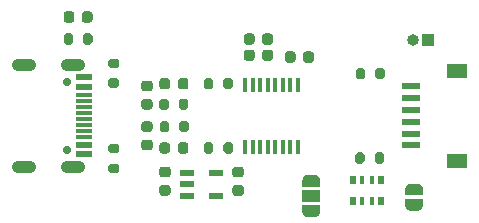
<source format=gbr>
%TF.GenerationSoftware,KiCad,Pcbnew,5.1.10-88a1d61d58~90~ubuntu20.04.1*%
%TF.CreationDate,2021-07-15T12:02:29+05:30*%
%TF.ProjectId,kimchi-uart-adapter,6b696d63-6869-42d7-9561-72742d616461,rev?*%
%TF.SameCoordinates,Original*%
%TF.FileFunction,Soldermask,Top*%
%TF.FilePolarity,Negative*%
%FSLAX46Y46*%
G04 Gerber Fmt 4.6, Leading zero omitted, Abs format (unit mm)*
G04 Created by KiCad (PCBNEW 5.1.10-88a1d61d58~90~ubuntu20.04.1) date 2021-07-15 12:02:29*
%MOMM*%
%LPD*%
G01*
G04 APERTURE LIST*
%ADD10R,1.450000X0.600000*%
%ADD11R,1.450000X0.300000*%
%ADD12O,2.100000X1.050000*%
%ADD13C,0.700000*%
%ADD14R,0.400000X1.200000*%
%ADD15R,0.500000X0.800000*%
%ADD16R,0.400000X0.800000*%
%ADD17O,1.000000X1.000000*%
%ADD18R,1.000000X1.000000*%
%ADD19R,1.200000X0.600000*%
%ADD20R,1.550000X0.600000*%
%ADD21R,1.800000X1.200000*%
%ADD22C,0.100000*%
%ADD23R,1.500000X1.000000*%
G04 APERTURE END LIST*
D10*
%TO.C,J1*%
X141045000Y-97130000D03*
X141045000Y-97930000D03*
D11*
X141045000Y-100130000D03*
X141045000Y-99630000D03*
X141045000Y-99130000D03*
X141045000Y-98630000D03*
X141045000Y-100630000D03*
X141045000Y-101130000D03*
X141045000Y-101630000D03*
X141045000Y-102130000D03*
D10*
X141045000Y-102830000D03*
X141045000Y-103630000D03*
D12*
X140130000Y-96060000D03*
X140130000Y-104700000D03*
X135950000Y-96060000D03*
X135950000Y-104700000D03*
D13*
X139600000Y-97490000D03*
X139600000Y-103270000D03*
%TD*%
D14*
%TO.C,U2*%
X154697500Y-102980000D03*
X155332500Y-102980000D03*
X155967500Y-102980000D03*
X156602500Y-102980000D03*
X157237500Y-102980000D03*
X157872500Y-102980000D03*
X158507500Y-102980000D03*
X159142500Y-102980000D03*
X159142500Y-97780000D03*
X158507500Y-97780000D03*
X157872500Y-97780000D03*
X157237500Y-97780000D03*
X156602500Y-97780000D03*
X155967500Y-97780000D03*
X155332500Y-97780000D03*
X154697500Y-97780000D03*
%TD*%
%TO.C,C4*%
G36*
G01*
X146620000Y-98295000D02*
X146120000Y-98295000D01*
G75*
G02*
X145895000Y-98070000I0J225000D01*
G01*
X145895000Y-97620000D01*
G75*
G02*
X146120000Y-97395000I225000J0D01*
G01*
X146620000Y-97395000D01*
G75*
G02*
X146845000Y-97620000I0J-225000D01*
G01*
X146845000Y-98070000D01*
G75*
G02*
X146620000Y-98295000I-225000J0D01*
G01*
G37*
G36*
G01*
X146620000Y-99845000D02*
X146120000Y-99845000D01*
G75*
G02*
X145895000Y-99620000I0J225000D01*
G01*
X145895000Y-99170000D01*
G75*
G02*
X146120000Y-98945000I225000J0D01*
G01*
X146620000Y-98945000D01*
G75*
G02*
X146845000Y-99170000I0J-225000D01*
G01*
X146845000Y-99620000D01*
G75*
G02*
X146620000Y-99845000I-225000J0D01*
G01*
G37*
%TD*%
D15*
%TO.C,RN1*%
X163790000Y-107610000D03*
D16*
X164590000Y-107610000D03*
D15*
X166190000Y-107610000D03*
D16*
X165390000Y-107610000D03*
D15*
X163790000Y-105810000D03*
D16*
X165390000Y-105810000D03*
X164590000Y-105810000D03*
D15*
X166190000Y-105810000D03*
%TD*%
D17*
%TO.C,J2*%
X168930000Y-93930000D03*
D18*
X170200000Y-93930000D03*
%TD*%
%TO.C,C1*%
G36*
G01*
X141765000Y-91760000D02*
X141765000Y-92260000D01*
G75*
G02*
X141540000Y-92485000I-225000J0D01*
G01*
X141090000Y-92485000D01*
G75*
G02*
X140865000Y-92260000I0J225000D01*
G01*
X140865000Y-91760000D01*
G75*
G02*
X141090000Y-91535000I225000J0D01*
G01*
X141540000Y-91535000D01*
G75*
G02*
X141765000Y-91760000I0J-225000D01*
G01*
G37*
G36*
G01*
X140215000Y-91760000D02*
X140215000Y-92260000D01*
G75*
G02*
X139990000Y-92485000I-225000J0D01*
G01*
X139540000Y-92485000D01*
G75*
G02*
X139315000Y-92260000I0J225000D01*
G01*
X139315000Y-91760000D01*
G75*
G02*
X139540000Y-91535000I225000J0D01*
G01*
X139990000Y-91535000D01*
G75*
G02*
X140215000Y-91760000I0J-225000D01*
G01*
G37*
%TD*%
%TO.C,C3*%
G36*
G01*
X146120000Y-100852520D02*
X146620000Y-100852520D01*
G75*
G02*
X146845000Y-101077520I0J-225000D01*
G01*
X146845000Y-101527520D01*
G75*
G02*
X146620000Y-101752520I-225000J0D01*
G01*
X146120000Y-101752520D01*
G75*
G02*
X145895000Y-101527520I0J225000D01*
G01*
X145895000Y-101077520D01*
G75*
G02*
X146120000Y-100852520I225000J0D01*
G01*
G37*
G36*
G01*
X146120000Y-102402520D02*
X146620000Y-102402520D01*
G75*
G02*
X146845000Y-102627520I0J-225000D01*
G01*
X146845000Y-103077520D01*
G75*
G02*
X146620000Y-103302520I-225000J0D01*
G01*
X146120000Y-103302520D01*
G75*
G02*
X145895000Y-103077520I0J225000D01*
G01*
X145895000Y-102627520D01*
G75*
G02*
X146120000Y-102402520I225000J0D01*
G01*
G37*
%TD*%
%TO.C,C5*%
G36*
G01*
X147650000Y-106240000D02*
X148150000Y-106240000D01*
G75*
G02*
X148375000Y-106465000I0J-225000D01*
G01*
X148375000Y-106915000D01*
G75*
G02*
X148150000Y-107140000I-225000J0D01*
G01*
X147650000Y-107140000D01*
G75*
G02*
X147425000Y-106915000I0J225000D01*
G01*
X147425000Y-106465000D01*
G75*
G02*
X147650000Y-106240000I225000J0D01*
G01*
G37*
G36*
G01*
X147650000Y-104690000D02*
X148150000Y-104690000D01*
G75*
G02*
X148375000Y-104915000I0J-225000D01*
G01*
X148375000Y-105365000D01*
G75*
G02*
X148150000Y-105590000I-225000J0D01*
G01*
X147650000Y-105590000D01*
G75*
G02*
X147425000Y-105365000I0J225000D01*
G01*
X147425000Y-104915000D01*
G75*
G02*
X147650000Y-104690000I225000J0D01*
G01*
G37*
%TD*%
%TO.C,C6*%
G36*
G01*
X158055000Y-95650000D02*
X158055000Y-95150000D01*
G75*
G02*
X158280000Y-94925000I225000J0D01*
G01*
X158730000Y-94925000D01*
G75*
G02*
X158955000Y-95150000I0J-225000D01*
G01*
X158955000Y-95650000D01*
G75*
G02*
X158730000Y-95875000I-225000J0D01*
G01*
X158280000Y-95875000D01*
G75*
G02*
X158055000Y-95650000I0J225000D01*
G01*
G37*
G36*
G01*
X159605000Y-95650000D02*
X159605000Y-95150000D01*
G75*
G02*
X159830000Y-94925000I225000J0D01*
G01*
X160280000Y-94925000D01*
G75*
G02*
X160505000Y-95150000I0J-225000D01*
G01*
X160505000Y-95650000D01*
G75*
G02*
X160280000Y-95875000I-225000J0D01*
G01*
X159830000Y-95875000D01*
G75*
G02*
X159605000Y-95650000I0J225000D01*
G01*
G37*
%TD*%
%TO.C,C7*%
G36*
G01*
X153840000Y-104695000D02*
X154340000Y-104695000D01*
G75*
G02*
X154565000Y-104920000I0J-225000D01*
G01*
X154565000Y-105370000D01*
G75*
G02*
X154340000Y-105595000I-225000J0D01*
G01*
X153840000Y-105595000D01*
G75*
G02*
X153615000Y-105370000I0J225000D01*
G01*
X153615000Y-104920000D01*
G75*
G02*
X153840000Y-104695000I225000J0D01*
G01*
G37*
G36*
G01*
X153840000Y-106245000D02*
X154340000Y-106245000D01*
G75*
G02*
X154565000Y-106470000I0J-225000D01*
G01*
X154565000Y-106920000D01*
G75*
G02*
X154340000Y-107145000I-225000J0D01*
G01*
X153840000Y-107145000D01*
G75*
G02*
X153615000Y-106920000I0J225000D01*
G01*
X153615000Y-106470000D01*
G75*
G02*
X153840000Y-106245000I225000J0D01*
G01*
G37*
%TD*%
%TO.C,C8*%
G36*
G01*
X157035000Y-93630000D02*
X157035000Y-94130000D01*
G75*
G02*
X156810000Y-94355000I-225000J0D01*
G01*
X156360000Y-94355000D01*
G75*
G02*
X156135000Y-94130000I0J225000D01*
G01*
X156135000Y-93630000D01*
G75*
G02*
X156360000Y-93405000I225000J0D01*
G01*
X156810000Y-93405000D01*
G75*
G02*
X157035000Y-93630000I0J-225000D01*
G01*
G37*
G36*
G01*
X155485000Y-93630000D02*
X155485000Y-94130000D01*
G75*
G02*
X155260000Y-94355000I-225000J0D01*
G01*
X154810000Y-94355000D01*
G75*
G02*
X154585000Y-94130000I0J225000D01*
G01*
X154585000Y-93630000D01*
G75*
G02*
X154810000Y-93405000I225000J0D01*
G01*
X155260000Y-93405000D01*
G75*
G02*
X155485000Y-93630000I0J-225000D01*
G01*
G37*
%TD*%
%TO.C,C9*%
G36*
G01*
X155485000Y-94990000D02*
X155485000Y-95490000D01*
G75*
G02*
X155260000Y-95715000I-225000J0D01*
G01*
X154810000Y-95715000D01*
G75*
G02*
X154585000Y-95490000I0J225000D01*
G01*
X154585000Y-94990000D01*
G75*
G02*
X154810000Y-94765000I225000J0D01*
G01*
X155260000Y-94765000D01*
G75*
G02*
X155485000Y-94990000I0J-225000D01*
G01*
G37*
G36*
G01*
X157035000Y-94990000D02*
X157035000Y-95490000D01*
G75*
G02*
X156810000Y-95715000I-225000J0D01*
G01*
X156360000Y-95715000D01*
G75*
G02*
X156135000Y-95490000I0J225000D01*
G01*
X156135000Y-94990000D01*
G75*
G02*
X156360000Y-94765000I225000J0D01*
G01*
X156810000Y-94765000D01*
G75*
G02*
X157035000Y-94990000I0J-225000D01*
G01*
G37*
%TD*%
%TO.C,D1*%
G36*
G01*
X148310000Y-97403750D02*
X148310000Y-97916250D01*
G75*
G02*
X148091250Y-98135000I-218750J0D01*
G01*
X147653750Y-98135000D01*
G75*
G02*
X147435000Y-97916250I0J218750D01*
G01*
X147435000Y-97403750D01*
G75*
G02*
X147653750Y-97185000I218750J0D01*
G01*
X148091250Y-97185000D01*
G75*
G02*
X148310000Y-97403750I0J-218750D01*
G01*
G37*
G36*
G01*
X149885000Y-97403750D02*
X149885000Y-97916250D01*
G75*
G02*
X149666250Y-98135000I-218750J0D01*
G01*
X149228750Y-98135000D01*
G75*
G02*
X149010000Y-97916250I0J218750D01*
G01*
X149010000Y-97403750D01*
G75*
G02*
X149228750Y-97185000I218750J0D01*
G01*
X149666250Y-97185000D01*
G75*
G02*
X149885000Y-97403750I0J-218750D01*
G01*
G37*
%TD*%
%TO.C,D2*%
G36*
G01*
X149885000Y-102843750D02*
X149885000Y-103356250D01*
G75*
G02*
X149666250Y-103575000I-218750J0D01*
G01*
X149228750Y-103575000D01*
G75*
G02*
X149010000Y-103356250I0J218750D01*
G01*
X149010000Y-102843750D01*
G75*
G02*
X149228750Y-102625000I218750J0D01*
G01*
X149666250Y-102625000D01*
G75*
G02*
X149885000Y-102843750I0J-218750D01*
G01*
G37*
G36*
G01*
X148310000Y-102843750D02*
X148310000Y-103356250D01*
G75*
G02*
X148091250Y-103575000I-218750J0D01*
G01*
X147653750Y-103575000D01*
G75*
G02*
X147435000Y-103356250I0J218750D01*
G01*
X147435000Y-102843750D01*
G75*
G02*
X147653750Y-102625000I218750J0D01*
G01*
X148091250Y-102625000D01*
G75*
G02*
X148310000Y-102843750I0J-218750D01*
G01*
G37*
%TD*%
%TO.C,FB1*%
G36*
G01*
X141765000Y-93605000D02*
X141765000Y-94155000D01*
G75*
G02*
X141565000Y-94355000I-200000J0D01*
G01*
X141165000Y-94355000D01*
G75*
G02*
X140965000Y-94155000I0J200000D01*
G01*
X140965000Y-93605000D01*
G75*
G02*
X141165000Y-93405000I200000J0D01*
G01*
X141565000Y-93405000D01*
G75*
G02*
X141765000Y-93605000I0J-200000D01*
G01*
G37*
G36*
G01*
X140115000Y-93605000D02*
X140115000Y-94155000D01*
G75*
G02*
X139915000Y-94355000I-200000J0D01*
G01*
X139515000Y-94355000D01*
G75*
G02*
X139315000Y-94155000I0J200000D01*
G01*
X139315000Y-93605000D01*
G75*
G02*
X139515000Y-93405000I200000J0D01*
G01*
X139915000Y-93405000D01*
G75*
G02*
X140115000Y-93605000I0J-200000D01*
G01*
G37*
%TD*%
D19*
%TO.C,IC1*%
X149730000Y-105240000D03*
X149730000Y-106190000D03*
X149730000Y-107140000D03*
X152230000Y-107140000D03*
X152230000Y-105240000D03*
%TD*%
D20*
%TO.C,J3*%
X168770000Y-97880000D03*
X168770000Y-102880000D03*
X168770000Y-101880000D03*
X168770000Y-100880000D03*
X168770000Y-99880000D03*
X168770000Y-98880000D03*
D21*
X172645000Y-104180000D03*
X172645000Y-96580000D03*
%TD*%
D22*
%TO.C,JP1*%
G36*
X161030000Y-107900000D02*
G01*
X161030000Y-108450000D01*
X161029398Y-108450000D01*
X161029398Y-108474534D01*
X161024588Y-108523365D01*
X161015016Y-108571490D01*
X161000772Y-108618445D01*
X160981995Y-108663778D01*
X160958864Y-108707051D01*
X160931604Y-108747850D01*
X160900476Y-108785779D01*
X160865779Y-108820476D01*
X160827850Y-108851604D01*
X160787051Y-108878864D01*
X160743778Y-108901995D01*
X160698445Y-108920772D01*
X160651490Y-108935016D01*
X160603365Y-108944588D01*
X160554534Y-108949398D01*
X160530000Y-108949398D01*
X160530000Y-108950000D01*
X160030000Y-108950000D01*
X160030000Y-108949398D01*
X160005466Y-108949398D01*
X159956635Y-108944588D01*
X159908510Y-108935016D01*
X159861555Y-108920772D01*
X159816222Y-108901995D01*
X159772949Y-108878864D01*
X159732150Y-108851604D01*
X159694221Y-108820476D01*
X159659524Y-108785779D01*
X159628396Y-108747850D01*
X159601136Y-108707051D01*
X159578005Y-108663778D01*
X159559228Y-108618445D01*
X159544984Y-108571490D01*
X159535412Y-108523365D01*
X159530602Y-108474534D01*
X159530602Y-108450000D01*
X159530000Y-108450000D01*
X159530000Y-107900000D01*
X161030000Y-107900000D01*
G37*
G36*
X159530602Y-105850000D02*
G01*
X159530602Y-105825466D01*
X159535412Y-105776635D01*
X159544984Y-105728510D01*
X159559228Y-105681555D01*
X159578005Y-105636222D01*
X159601136Y-105592949D01*
X159628396Y-105552150D01*
X159659524Y-105514221D01*
X159694221Y-105479524D01*
X159732150Y-105448396D01*
X159772949Y-105421136D01*
X159816222Y-105398005D01*
X159861555Y-105379228D01*
X159908510Y-105364984D01*
X159956635Y-105355412D01*
X160005466Y-105350602D01*
X160030000Y-105350602D01*
X160030000Y-105350000D01*
X160530000Y-105350000D01*
X160530000Y-105350602D01*
X160554534Y-105350602D01*
X160603365Y-105355412D01*
X160651490Y-105364984D01*
X160698445Y-105379228D01*
X160743778Y-105398005D01*
X160787051Y-105421136D01*
X160827850Y-105448396D01*
X160865779Y-105479524D01*
X160900476Y-105514221D01*
X160931604Y-105552150D01*
X160958864Y-105592949D01*
X160981995Y-105636222D01*
X161000772Y-105681555D01*
X161015016Y-105728510D01*
X161024588Y-105776635D01*
X161029398Y-105825466D01*
X161029398Y-105850000D01*
X161030000Y-105850000D01*
X161030000Y-106400000D01*
X159530000Y-106400000D01*
X159530000Y-105850000D01*
X159530602Y-105850000D01*
G37*
D23*
X160280000Y-107150000D03*
%TD*%
D22*
%TO.C,JP2*%
G36*
X169740000Y-107410000D02*
G01*
X169740000Y-107910000D01*
X169739398Y-107910000D01*
X169739398Y-107934534D01*
X169734588Y-107983365D01*
X169725016Y-108031490D01*
X169710772Y-108078445D01*
X169691995Y-108123778D01*
X169668864Y-108167051D01*
X169641604Y-108207850D01*
X169610476Y-108245779D01*
X169575779Y-108280476D01*
X169537850Y-108311604D01*
X169497051Y-108338864D01*
X169453778Y-108361995D01*
X169408445Y-108380772D01*
X169361490Y-108395016D01*
X169313365Y-108404588D01*
X169264534Y-108409398D01*
X169240000Y-108409398D01*
X169240000Y-108410000D01*
X168740000Y-108410000D01*
X168740000Y-108409398D01*
X168715466Y-108409398D01*
X168666635Y-108404588D01*
X168618510Y-108395016D01*
X168571555Y-108380772D01*
X168526222Y-108361995D01*
X168482949Y-108338864D01*
X168442150Y-108311604D01*
X168404221Y-108280476D01*
X168369524Y-108245779D01*
X168338396Y-108207850D01*
X168311136Y-108167051D01*
X168288005Y-108123778D01*
X168269228Y-108078445D01*
X168254984Y-108031490D01*
X168245412Y-107983365D01*
X168240602Y-107934534D01*
X168240602Y-107910000D01*
X168240000Y-107910000D01*
X168240000Y-107410000D01*
X169740000Y-107410000D01*
G37*
G36*
X168240602Y-106610000D02*
G01*
X168240602Y-106585466D01*
X168245412Y-106536635D01*
X168254984Y-106488510D01*
X168269228Y-106441555D01*
X168288005Y-106396222D01*
X168311136Y-106352949D01*
X168338396Y-106312150D01*
X168369524Y-106274221D01*
X168404221Y-106239524D01*
X168442150Y-106208396D01*
X168482949Y-106181136D01*
X168526222Y-106158005D01*
X168571555Y-106139228D01*
X168618510Y-106124984D01*
X168666635Y-106115412D01*
X168715466Y-106110602D01*
X168740000Y-106110602D01*
X168740000Y-106110000D01*
X169240000Y-106110000D01*
X169240000Y-106110602D01*
X169264534Y-106110602D01*
X169313365Y-106115412D01*
X169361490Y-106124984D01*
X169408445Y-106139228D01*
X169453778Y-106158005D01*
X169497051Y-106181136D01*
X169537850Y-106208396D01*
X169575779Y-106239524D01*
X169610476Y-106274221D01*
X169641604Y-106312150D01*
X169668864Y-106352949D01*
X169691995Y-106396222D01*
X169710772Y-106441555D01*
X169725016Y-106488510D01*
X169734588Y-106536635D01*
X169739398Y-106585466D01*
X169739398Y-106610000D01*
X169740000Y-106610000D01*
X169740000Y-107110000D01*
X168240000Y-107110000D01*
X168240000Y-106610000D01*
X168240602Y-106610000D01*
G37*
%TD*%
%TO.C,R1*%
G36*
G01*
X143845000Y-97990000D02*
X143295000Y-97990000D01*
G75*
G02*
X143095000Y-97790000I0J200000D01*
G01*
X143095000Y-97390000D01*
G75*
G02*
X143295000Y-97190000I200000J0D01*
G01*
X143845000Y-97190000D01*
G75*
G02*
X144045000Y-97390000I0J-200000D01*
G01*
X144045000Y-97790000D01*
G75*
G02*
X143845000Y-97990000I-200000J0D01*
G01*
G37*
G36*
G01*
X143845000Y-96340000D02*
X143295000Y-96340000D01*
G75*
G02*
X143095000Y-96140000I0J200000D01*
G01*
X143095000Y-95740000D01*
G75*
G02*
X143295000Y-95540000I200000J0D01*
G01*
X143845000Y-95540000D01*
G75*
G02*
X144045000Y-95740000I0J-200000D01*
G01*
X144045000Y-96140000D01*
G75*
G02*
X143845000Y-96340000I-200000J0D01*
G01*
G37*
%TD*%
%TO.C,R2*%
G36*
G01*
X143295000Y-104415000D02*
X143845000Y-104415000D01*
G75*
G02*
X144045000Y-104615000I0J-200000D01*
G01*
X144045000Y-105015000D01*
G75*
G02*
X143845000Y-105215000I-200000J0D01*
G01*
X143295000Y-105215000D01*
G75*
G02*
X143095000Y-105015000I0J200000D01*
G01*
X143095000Y-104615000D01*
G75*
G02*
X143295000Y-104415000I200000J0D01*
G01*
G37*
G36*
G01*
X143295000Y-102765000D02*
X143845000Y-102765000D01*
G75*
G02*
X144045000Y-102965000I0J-200000D01*
G01*
X144045000Y-103365000D01*
G75*
G02*
X143845000Y-103565000I-200000J0D01*
G01*
X143295000Y-103565000D01*
G75*
G02*
X143095000Y-103365000I0J200000D01*
G01*
X143095000Y-102965000D01*
G75*
G02*
X143295000Y-102765000I200000J0D01*
G01*
G37*
%TD*%
%TO.C,R3*%
G36*
G01*
X148245000Y-101026666D02*
X148245000Y-101576666D01*
G75*
G02*
X148045000Y-101776666I-200000J0D01*
G01*
X147645000Y-101776666D01*
G75*
G02*
X147445000Y-101576666I0J200000D01*
G01*
X147445000Y-101026666D01*
G75*
G02*
X147645000Y-100826666I200000J0D01*
G01*
X148045000Y-100826666D01*
G75*
G02*
X148245000Y-101026666I0J-200000D01*
G01*
G37*
G36*
G01*
X149895000Y-101026666D02*
X149895000Y-101576666D01*
G75*
G02*
X149695000Y-101776666I-200000J0D01*
G01*
X149295000Y-101776666D01*
G75*
G02*
X149095000Y-101576666I0J200000D01*
G01*
X149095000Y-101026666D01*
G75*
G02*
X149295000Y-100826666I200000J0D01*
G01*
X149695000Y-100826666D01*
G75*
G02*
X149895000Y-101026666I0J-200000D01*
G01*
G37*
%TD*%
%TO.C,R4*%
G36*
G01*
X148225000Y-99118333D02*
X148225000Y-99668333D01*
G75*
G02*
X148025000Y-99868333I-200000J0D01*
G01*
X147625000Y-99868333D01*
G75*
G02*
X147425000Y-99668333I0J200000D01*
G01*
X147425000Y-99118333D01*
G75*
G02*
X147625000Y-98918333I200000J0D01*
G01*
X148025000Y-98918333D01*
G75*
G02*
X148225000Y-99118333I0J-200000D01*
G01*
G37*
G36*
G01*
X149875000Y-99118333D02*
X149875000Y-99668333D01*
G75*
G02*
X149675000Y-99868333I-200000J0D01*
G01*
X149275000Y-99868333D01*
G75*
G02*
X149075000Y-99668333I0J200000D01*
G01*
X149075000Y-99118333D01*
G75*
G02*
X149275000Y-98918333I200000J0D01*
G01*
X149675000Y-98918333D01*
G75*
G02*
X149875000Y-99118333I0J-200000D01*
G01*
G37*
%TD*%
%TO.C,R5*%
G36*
G01*
X166460000Y-103673332D02*
X166460000Y-104223332D01*
G75*
G02*
X166260000Y-104423332I-200000J0D01*
G01*
X165860000Y-104423332D01*
G75*
G02*
X165660000Y-104223332I0J200000D01*
G01*
X165660000Y-103673332D01*
G75*
G02*
X165860000Y-103473332I200000J0D01*
G01*
X166260000Y-103473332D01*
G75*
G02*
X166460000Y-103673332I0J-200000D01*
G01*
G37*
G36*
G01*
X164810000Y-103673332D02*
X164810000Y-104223332D01*
G75*
G02*
X164610000Y-104423332I-200000J0D01*
G01*
X164210000Y-104423332D01*
G75*
G02*
X164010000Y-104223332I0J200000D01*
G01*
X164010000Y-103673332D01*
G75*
G02*
X164210000Y-103473332I200000J0D01*
G01*
X164610000Y-103473332D01*
G75*
G02*
X164810000Y-103673332I0J-200000D01*
G01*
G37*
%TD*%
%TO.C,R6*%
G36*
G01*
X166515000Y-96536666D02*
X166515000Y-97086666D01*
G75*
G02*
X166315000Y-97286666I-200000J0D01*
G01*
X165915000Y-97286666D01*
G75*
G02*
X165715000Y-97086666I0J200000D01*
G01*
X165715000Y-96536666D01*
G75*
G02*
X165915000Y-96336666I200000J0D01*
G01*
X166315000Y-96336666D01*
G75*
G02*
X166515000Y-96536666I0J-200000D01*
G01*
G37*
G36*
G01*
X164865000Y-96536666D02*
X164865000Y-97086666D01*
G75*
G02*
X164665000Y-97286666I-200000J0D01*
G01*
X164265000Y-97286666D01*
G75*
G02*
X164065000Y-97086666I0J200000D01*
G01*
X164065000Y-96536666D01*
G75*
G02*
X164265000Y-96336666I200000J0D01*
G01*
X164665000Y-96336666D01*
G75*
G02*
X164865000Y-96536666I0J-200000D01*
G01*
G37*
%TD*%
%TO.C,R7*%
G36*
G01*
X151985000Y-97385000D02*
X151985000Y-97935000D01*
G75*
G02*
X151785000Y-98135000I-200000J0D01*
G01*
X151385000Y-98135000D01*
G75*
G02*
X151185000Y-97935000I0J200000D01*
G01*
X151185000Y-97385000D01*
G75*
G02*
X151385000Y-97185000I200000J0D01*
G01*
X151785000Y-97185000D01*
G75*
G02*
X151985000Y-97385000I0J-200000D01*
G01*
G37*
G36*
G01*
X153635000Y-97385000D02*
X153635000Y-97935000D01*
G75*
G02*
X153435000Y-98135000I-200000J0D01*
G01*
X153035000Y-98135000D01*
G75*
G02*
X152835000Y-97935000I0J200000D01*
G01*
X152835000Y-97385000D01*
G75*
G02*
X153035000Y-97185000I200000J0D01*
G01*
X153435000Y-97185000D01*
G75*
G02*
X153635000Y-97385000I0J-200000D01*
G01*
G37*
%TD*%
%TO.C,R8*%
G36*
G01*
X151195000Y-103375000D02*
X151195000Y-102825000D01*
G75*
G02*
X151395000Y-102625000I200000J0D01*
G01*
X151795000Y-102625000D01*
G75*
G02*
X151995000Y-102825000I0J-200000D01*
G01*
X151995000Y-103375000D01*
G75*
G02*
X151795000Y-103575000I-200000J0D01*
G01*
X151395000Y-103575000D01*
G75*
G02*
X151195000Y-103375000I0J200000D01*
G01*
G37*
G36*
G01*
X152845000Y-103375000D02*
X152845000Y-102825000D01*
G75*
G02*
X153045000Y-102625000I200000J0D01*
G01*
X153445000Y-102625000D01*
G75*
G02*
X153645000Y-102825000I0J-200000D01*
G01*
X153645000Y-103375000D01*
G75*
G02*
X153445000Y-103575000I-200000J0D01*
G01*
X153045000Y-103575000D01*
G75*
G02*
X152845000Y-103375000I0J200000D01*
G01*
G37*
%TD*%
M02*

</source>
